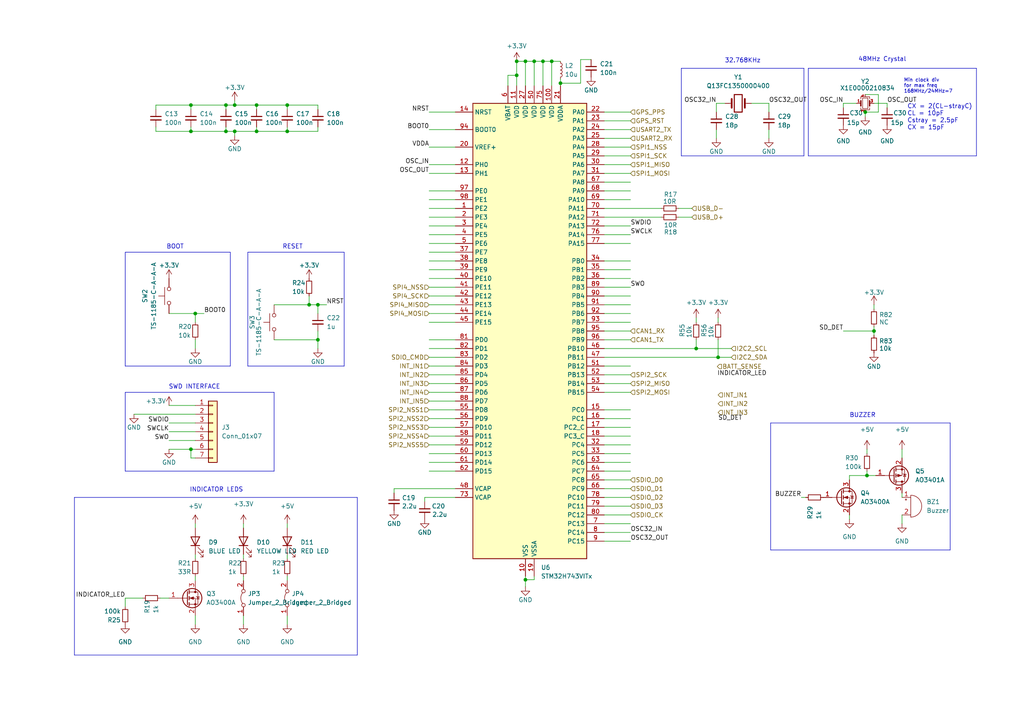
<source format=kicad_sch>
(kicad_sch (version 20230121) (generator eeschema)
  (paper "A4")
  (junction (at 160.02 17.78))
  (junction (at 92.202 98.552))
  (junction (at 65.532 38.1))
  (junction (at 68.072 30.48))
  (junction (at 250.952 32.512))
  (junction (at 149.86 17.78))
  (junction (at 162.56 24.13))
  (junction (at 149.86 21.844))
  (junction (at 74.422 30.48))
  (junction (at 74.422 38.1))
  (junction (at 201.93 101.092))
  (junction (at 55.372 30.48))
  (junction (at 83.312 38.1))
  (junction (at 152.4 17.78))
  (junction (at 154.94 17.78))
  (junction (at 55.372 38.1))
  (junction (at 152.4 168.148))
  (junction (at 253.492 96.012))
  (junction (at 83.312 30.48))
  (junction (at 68.072 38.1))
  (junction (at 251.46 137.922))
  (junction (at 56.642 90.932))
  (junction (at 92.202 88.392))
  (junction (at 157.48 17.78))
  (junction (at 89.662 88.392))
  (junction (at 65.532 30.48))
  (junction (at 208.28 103.632))
  (junction (at 55.372 130.302))
  (wire (pts (xy 223.012 29.972) (xy 223.012 32.512)))
  (wire (pts (xy 175.26 141.732) (xy 182.88 141.732)))
  (wire (pts (xy 124.46 60.452) (xy 132.08 60.452)))
  (wire (pts (xy 154.94 17.78) (xy 157.48 17.78)))
  (wire (pts (xy 56.642 90.932) (xy 56.642 93.472)))
  (wire (pts (xy 123.19 144.272) (xy 123.19 145.542)))
  (polyline (pts (xy 223.52 122.682) (xy 223.52 159.512)))
  (wire (pts (xy 49.022 90.932) (xy 56.642 90.932)))
  (wire (pts (xy 175.26 68.072) (xy 182.88 68.072)))
  (wire (pts (xy 175.26 106.172) (xy 182.88 106.172)))
  (wire (pts (xy 83.312 160.782) (xy 83.312 162.052)))
  (wire (pts (xy 182.88 121.412) (xy 175.26 121.412)))
  (wire (pts (xy 175.26 52.832) (xy 182.88 52.832)))
  (polyline (pts (xy 99.822 73.152) (xy 99.822 106.172)))
  (wire (pts (xy 65.532 30.48) (xy 65.532 31.75)))
  (wire (pts (xy 124.46 126.492) (xy 132.08 126.492)))
  (wire (pts (xy 175.26 35.052) (xy 182.88 35.052)))
  (wire (pts (xy 79.502 88.392) (xy 89.662 88.392)))
  (wire (pts (xy 182.88 80.772) (xy 175.26 80.772)))
  (wire (pts (xy 55.372 130.302) (xy 56.642 130.302)))
  (wire (pts (xy 175.26 83.312) (xy 182.88 83.312)))
  (wire (pts (xy 124.46 98.552) (xy 132.08 98.552)))
  (wire (pts (xy 132.08 144.272) (xy 123.19 144.272)))
  (wire (pts (xy 251.46 136.652) (xy 251.46 137.922)))
  (polyline (pts (xy 36.322 73.152) (xy 36.322 106.172)))
  (wire (pts (xy 196.85 60.452) (xy 200.66 60.452)))
  (wire (pts (xy 208.28 103.632) (xy 212.09 103.632)))
  (wire (pts (xy 175.26 118.872) (xy 182.88 118.872)))
  (polyline (pts (xy 79.502 113.792) (xy 79.502 136.652)))
  (wire (pts (xy 56.642 167.132) (xy 56.642 168.402)))
  (wire (pts (xy 182.88 129.032) (xy 175.26 129.032)))
  (wire (pts (xy 152.4 168.148) (xy 152.4 170.18)))
  (wire (pts (xy 157.48 24.892) (xy 157.48 17.78)))
  (wire (pts (xy 154.94 24.892) (xy 154.94 17.78)))
  (polyline (pts (xy 275.59 122.682) (xy 275.59 159.512)))
  (wire (pts (xy 175.26 123.952) (xy 182.88 123.952)))
  (wire (pts (xy 175.26 93.472) (xy 182.88 93.472)))
  (wire (pts (xy 65.532 38.1) (xy 65.532 36.83)))
  (wire (pts (xy 162.56 24.13) (xy 168.402 24.13)))
  (wire (pts (xy 162.56 22.86) (xy 162.56 24.13)))
  (wire (pts (xy 124.46 80.772) (xy 132.08 80.772)))
  (wire (pts (xy 124.46 113.792) (xy 132.08 113.792)))
  (wire (pts (xy 175.26 136.652) (xy 182.88 136.652)))
  (wire (pts (xy 124.46 90.932) (xy 132.08 90.932)))
  (wire (pts (xy 124.46 75.692) (xy 132.08 75.692)))
  (wire (pts (xy 56.642 178.562) (xy 56.642 181.102)))
  (wire (pts (xy 175.26 40.132) (xy 182.88 40.132)))
  (wire (pts (xy 175.26 32.512) (xy 182.88 32.512)))
  (wire (pts (xy 55.372 132.842) (xy 55.372 130.302)))
  (polyline (pts (xy 275.59 122.682) (xy 223.52 122.682)))
  (wire (pts (xy 175.26 55.372) (xy 182.88 55.372)))
  (wire (pts (xy 74.422 30.48) (xy 74.422 31.75)))
  (wire (pts (xy 124.46 70.612) (xy 132.08 70.612)))
  (wire (pts (xy 208.28 98.552) (xy 208.28 103.632)))
  (wire (pts (xy 246.38 137.922) (xy 251.46 137.922)))
  (wire (pts (xy 254.762 32.512) (xy 250.952 32.512)))
  (wire (pts (xy 124.46 118.872) (xy 132.08 118.872)))
  (wire (pts (xy 46.482 173.482) (xy 49.022 173.482)))
  (wire (pts (xy 223.012 37.592) (xy 223.012 40.132)))
  (wire (pts (xy 45.212 38.1) (xy 55.372 38.1)))
  (wire (pts (xy 152.4 168.148) (xy 154.94 168.148)))
  (wire (pts (xy 124.46 85.852) (xy 132.08 85.852)))
  (wire (pts (xy 92.202 36.83) (xy 92.202 38.1)))
  (wire (pts (xy 175.26 65.532) (xy 182.88 65.532)))
  (wire (pts (xy 162.56 24.13) (xy 162.56 24.892)))
  (wire (pts (xy 175.26 154.432) (xy 182.88 154.432)))
  (wire (pts (xy 55.372 38.1) (xy 65.532 38.1)))
  (wire (pts (xy 56.642 98.552) (xy 56.642 101.092)))
  (wire (pts (xy 175.26 113.792) (xy 182.88 113.792)))
  (wire (pts (xy 251.46 137.922) (xy 254 137.922)))
  (wire (pts (xy 201.93 92.202) (xy 201.93 93.472)))
  (wire (pts (xy 70.612 151.892) (xy 70.612 153.162)))
  (wire (pts (xy 175.26 62.992) (xy 191.77 62.992)))
  (wire (pts (xy 175.26 134.112) (xy 182.88 134.112)))
  (wire (pts (xy 152.4 24.892) (xy 152.4 17.78)))
  (wire (pts (xy 175.26 111.252) (xy 182.88 111.252)))
  (wire (pts (xy 147.32 21.844) (xy 149.86 21.844)))
  (wire (pts (xy 157.48 17.78) (xy 160.02 17.78)))
  (wire (pts (xy 175.26 144.272) (xy 182.88 144.272)))
  (wire (pts (xy 92.202 30.48) (xy 83.312 30.48)))
  (wire (pts (xy 182.88 88.392) (xy 175.26 88.392)))
  (wire (pts (xy 83.312 31.75) (xy 83.312 30.48)))
  (wire (pts (xy 175.26 37.592) (xy 182.88 37.592)))
  (wire (pts (xy 160.02 24.892) (xy 160.02 17.78)))
  (polyline (pts (xy 234.442 19.812) (xy 283.21 19.812)))
  (wire (pts (xy 147.32 24.892) (xy 147.32 21.844)))
  (wire (pts (xy 124.46 121.412) (xy 132.08 121.412)))
  (polyline (pts (xy 36.322 73.152) (xy 66.802 73.152)))
  (wire (pts (xy 253.492 29.972) (xy 257.302 29.972)))
  (wire (pts (xy 68.072 38.1) (xy 65.532 38.1)))
  (wire (pts (xy 250.952 32.512) (xy 250.952 33.782)))
  (wire (pts (xy 168.402 24.13) (xy 168.402 17.272)))
  (wire (pts (xy 49.022 125.222) (xy 56.642 125.222)))
  (wire (pts (xy 175.26 42.672) (xy 182.88 42.672)))
  (wire (pts (xy 56.642 151.892) (xy 56.642 153.162)))
  (wire (pts (xy 207.772 29.972) (xy 207.772 32.512)))
  (wire (pts (xy 175.26 156.972) (xy 182.88 156.972)))
  (wire (pts (xy 175.26 149.352) (xy 182.88 149.352)))
  (polyline (pts (xy 66.802 73.152) (xy 66.802 106.172)))
  (wire (pts (xy 68.072 38.1) (xy 68.072 39.37)))
  (wire (pts (xy 124.46 78.232) (xy 132.08 78.232)))
  (polyline (pts (xy 21.59 189.992) (xy 21.59 144.272)))
  (wire (pts (xy 244.602 29.972) (xy 244.602 31.242)))
  (wire (pts (xy 175.26 78.232) (xy 182.88 78.232)))
  (wire (pts (xy 45.212 30.48) (xy 55.372 30.48)))
  (wire (pts (xy 70.612 178.562) (xy 70.612 181.102)))
  (wire (pts (xy 149.86 21.844) (xy 149.86 17.78)))
  (wire (pts (xy 83.312 178.562) (xy 83.312 181.102)))
  (wire (pts (xy 92.202 38.1) (xy 83.312 38.1)))
  (wire (pts (xy 160.02 17.78) (xy 162.56 17.78)))
  (wire (pts (xy 49.022 127.762) (xy 56.642 127.762)))
  (wire (pts (xy 152.4 17.78) (xy 154.94 17.78)))
  (wire (pts (xy 254.762 27.432) (xy 254.762 32.512)))
  (wire (pts (xy 92.202 98.552) (xy 92.202 101.092)))
  (wire (pts (xy 175.26 151.892) (xy 182.88 151.892)))
  (wire (pts (xy 124.46 68.072) (xy 132.08 68.072)))
  (wire (pts (xy 56.642 160.782) (xy 56.642 162.052)))
  (polyline (pts (xy 71.882 73.152) (xy 71.882 106.172)))
  (wire (pts (xy 36.322 176.022) (xy 36.322 173.482)))
  (wire (pts (xy 83.312 151.892) (xy 83.312 153.162)))
  (wire (pts (xy 56.642 90.932) (xy 59.182 90.932)))
  (wire (pts (xy 114.3 141.732) (xy 132.08 141.732)))
  (wire (pts (xy 154.94 167.132) (xy 154.94 168.148)))
  (wire (pts (xy 175.26 126.492) (xy 182.88 126.492)))
  (wire (pts (xy 175.26 139.192) (xy 182.88 139.192)))
  (wire (pts (xy 124.46 37.592) (xy 132.08 37.592)))
  (wire (pts (xy 175.26 50.292) (xy 182.88 50.292)))
  (wire (pts (xy 74.422 38.1) (xy 68.072 38.1)))
  (wire (pts (xy 49.022 130.302) (xy 55.372 130.302)))
  (wire (pts (xy 56.642 132.842) (xy 55.372 132.842)))
  (wire (pts (xy 152.4 167.132) (xy 152.4 168.148)))
  (polyline (pts (xy 233.172 19.812) (xy 233.172 45.212)))
  (wire (pts (xy 175.26 90.932) (xy 182.88 90.932)))
  (polyline (pts (xy 197.612 19.812) (xy 233.172 19.812)))
  (wire (pts (xy 114.3 141.732) (xy 114.3 143.002)))
  (wire (pts (xy 244.602 96.012) (xy 253.492 96.012)))
  (polyline (pts (xy 71.882 73.152) (xy 99.822 73.152)))
  (wire (pts (xy 208.28 92.202) (xy 208.28 93.472)))
  (wire (pts (xy 124.46 123.952) (xy 132.08 123.952)))
  (wire (pts (xy 175.26 101.092) (xy 201.93 101.092)))
  (wire (pts (xy 92.202 88.392) (xy 92.202 90.932)))
  (wire (pts (xy 45.212 36.83) (xy 45.212 38.1)))
  (wire (pts (xy 124.46 88.392) (xy 132.08 88.392)))
  (wire (pts (xy 83.312 167.132) (xy 83.312 168.402)))
  (wire (pts (xy 68.072 30.48) (xy 74.422 30.48)))
  (wire (pts (xy 45.212 31.75) (xy 45.212 30.48)))
  (polyline (pts (xy 197.612 45.212) (xy 197.612 19.812)))
  (wire (pts (xy 232.41 144.272) (xy 233.68 144.272)))
  (wire (pts (xy 168.402 17.272) (xy 171.45 17.272)))
  (wire (pts (xy 38.862 120.142) (xy 56.642 120.142)))
  (wire (pts (xy 175.26 70.612) (xy 182.88 70.612)))
  (polyline (pts (xy 234.442 19.812) (xy 234.442 45.212)))
  (wire (pts (xy 201.93 101.092) (xy 212.09 101.092)))
  (wire (pts (xy 124.46 73.152) (xy 132.08 73.152)))
  (polyline (pts (xy 21.59 144.272) (xy 103.632 144.272)))
  (wire (pts (xy 182.88 131.572) (xy 175.26 131.572)))
  (polyline (pts (xy 79.502 136.652) (xy 36.322 136.652)))
  (wire (pts (xy 92.202 96.012) (xy 92.202 98.552)))
  (wire (pts (xy 124.46 32.512) (xy 132.08 32.512)))
  (wire (pts (xy 246.38 149.352) (xy 246.38 150.622)))
  (wire (pts (xy 92.202 88.392) (xy 94.742 88.392)))
  (wire (pts (xy 124.46 62.992) (xy 132.08 62.992)))
  (wire (pts (xy 261.62 130.302) (xy 261.62 132.842)))
  (wire (pts (xy 55.372 36.83) (xy 55.372 38.1)))
  (wire (pts (xy 175.26 146.812) (xy 182.88 146.812)))
  (wire (pts (xy 83.312 30.48) (xy 74.422 30.48)))
  (wire (pts (xy 124.46 93.472) (xy 132.08 93.472)))
  (wire (pts (xy 149.86 24.892) (xy 149.86 21.844)))
  (wire (pts (xy 253.492 94.742) (xy 253.492 96.012)))
  (polyline (pts (xy 36.322 113.792) (xy 36.322 136.652)))
  (wire (pts (xy 124.46 42.672) (xy 132.08 42.672)))
  (wire (pts (xy 257.302 29.972) (xy 257.302 31.242)))
  (wire (pts (xy 261.62 149.352) (xy 261.62 151.892)))
  (wire (pts (xy 210.312 29.972) (xy 207.772 29.972)))
  (wire (pts (xy 124.46 103.632) (xy 132.08 103.632)))
  (wire (pts (xy 175.26 103.632) (xy 208.28 103.632)))
  (polyline (pts (xy 66.802 106.172) (xy 36.322 106.172)))
  (wire (pts (xy 253.492 96.012) (xy 253.492 97.282)))
  (wire (pts (xy 49.022 122.682) (xy 56.642 122.682)))
  (wire (pts (xy 124.46 57.912) (xy 132.08 57.912)))
  (wire (pts (xy 55.372 30.48) (xy 65.532 30.48)))
  (wire (pts (xy 70.612 167.132) (xy 70.612 168.402)))
  (wire (pts (xy 124.46 108.712) (xy 132.08 108.712)))
  (wire (pts (xy 89.662 88.392) (xy 92.202 88.392)))
  (wire (pts (xy 175.26 108.712) (xy 182.88 108.712)))
  (wire (pts (xy 92.202 31.75) (xy 92.202 30.48)))
  (wire (pts (xy 149.86 17.78) (xy 152.4 17.78)))
  (wire (pts (xy 246.38 137.922) (xy 246.38 139.192)))
  (wire (pts (xy 74.422 36.83) (xy 74.422 38.1)))
  (wire (pts (xy 175.26 85.852) (xy 182.88 85.852)))
  (wire (pts (xy 83.312 36.83) (xy 83.312 38.1)))
  (polyline (pts (xy 103.632 144.272) (xy 103.632 189.992)))
  (wire (pts (xy 124.46 134.112) (xy 132.08 134.112)))
  (wire (pts (xy 124.46 129.032) (xy 132.08 129.032)))
  (wire (pts (xy 124.46 65.532) (xy 132.08 65.532)))
  (wire (pts (xy 124.46 47.752) (xy 132.08 47.752)))
  (wire (pts (xy 175.26 60.452) (xy 191.77 60.452)))
  (wire (pts (xy 55.372 30.48) (xy 55.372 31.75)))
  (polyline (pts (xy 233.172 45.212) (xy 197.612 45.212)))
  (wire (pts (xy 83.312 38.1) (xy 74.422 38.1)))
  (wire (pts (xy 244.602 29.972) (xy 248.412 29.972)))
  (wire (pts (xy 250.952 27.432) (xy 254.762 27.432)))
  (wire (pts (xy 68.072 29.21) (xy 68.072 30.48)))
  (wire (pts (xy 175.26 47.752) (xy 182.88 47.752)))
  (wire (pts (xy 175.26 75.692) (xy 182.88 75.692)))
  (wire (pts (xy 196.85 62.992) (xy 200.66 62.992)))
  (wire (pts (xy 124.46 106.172) (xy 132.08 106.172)))
  (wire (pts (xy 49.022 117.602) (xy 56.642 117.602)))
  (wire (pts (xy 124.46 50.292) (xy 132.08 50.292)))
  (wire (pts (xy 251.46 130.302) (xy 251.46 131.572)))
  (polyline (pts (xy 99.822 106.172) (xy 71.882 106.172)))
  (wire (pts (xy 124.46 83.312) (xy 132.08 83.312)))
  (wire (pts (xy 253.492 88.392) (xy 253.492 89.662)))
  (wire (pts (xy 175.26 57.912) (xy 182.88 57.912)))
  (wire (pts (xy 65.532 30.48) (xy 68.072 30.48)))
  (wire (pts (xy 89.662 88.392) (xy 89.662 85.852)))
  (wire (pts (xy 182.88 96.012) (xy 175.26 96.012)))
  (wire (pts (xy 261.62 143.002) (xy 261.62 144.272)))
  (wire (pts (xy 124.46 136.652) (xy 132.08 136.652)))
  (polyline (pts (xy 223.52 159.512) (xy 275.59 159.512)))
  (wire (pts (xy 217.932 29.972) (xy 223.012 29.972)))
  (wire (pts (xy 36.322 173.482) (xy 41.402 173.482)))
  (wire (pts (xy 124.46 55.372) (xy 132.08 55.372)))
  (wire (pts (xy 124.46 101.092) (xy 132.08 101.092)))
  (wire (pts (xy 124.46 131.572) (xy 132.08 131.572)))
  (wire (pts (xy 201.93 98.552) (xy 201.93 101.092)))
  (wire (pts (xy 124.46 111.252) (xy 132.08 111.252)))
  (wire (pts (xy 124.46 116.332) (xy 132.08 116.332)))
  (wire (pts (xy 70.612 160.782) (xy 70.612 162.052)))
  (polyline (pts (xy 283.21 45.212) (xy 234.442 45.212)))
  (wire (pts (xy 79.502 98.552) (xy 92.202 98.552)))
  (wire (pts (xy 175.26 45.212) (xy 182.88 45.212)))
  (wire (pts (xy 207.772 37.592) (xy 207.772 40.132)))
  (polyline (pts (xy 103.632 189.992) (xy 21.59 189.992)))
  (polyline (pts (xy 36.322 113.792) (xy 79.502 113.792)))
  (polyline (pts (xy 283.21 19.812) (xy 283.21 45.212)))
  (wire (pts (xy 182.88 98.552) (xy 175.26 98.552)))
  (text "BUZZER" (at 246.38 121.285 0) (effects (font (size 1.27 1.27)) (justify left bottom)))
  (text "INDICATOR LEDS" (at 54.991 142.875 0) (effects (font (size 1.27 1.27)) (justify left bottom)))
  (text "CX = 2(CL-strayC)\nCL = 10pF\nCstray = 2.5pF\nCX = 15pF" (at 263.144 37.846 0) (effects (font (size 1.27 1.27)) (justify left bottom)))
  (text "SWD INTERFACE" (at 48.895 113.03 0) (effects (font (size 1.27 1.27)) (justify left bottom)))
  (text "RESET" (at 81.915 72.39 0) (effects (font (size 1.27 1.27)) (justify left bottom)))
  (text "48MHz Crystal" (at 248.92 18.034 0) (effects (font (size 1.27 1.27)) (justify left bottom)))
  (text "Min clock div\nfor max freq\n168MHz/24MHz=7" (at 262.128 27.178 0) (effects (font (size 1 1)) (justify left bottom)))
  (text "BOOT" (at 48.26 72.39 0) (effects (font (size 1.27 1.27)) (justify left bottom)))
  (text "32.768KHz" (at 210.185 18.415 0) (effects (font (size 1.27 1.27)) (justify left bottom)))
  (label "SWDIO" (at 182.88 65.532 0))
  (label "SWCLK" (at 49.022 125.222 180))
  (label "SWDIO" (at 49.022 122.682 180))
  (label "SD_DET" (at 244.602 96.012 180))
  (label "OSC32_OUT" (at 223.012 29.972 0))
  (label "OSC32_OUT" (at 182.88 156.972 0))
  (label "VDDA" (at 124.46 42.672 180))
  (label "OSC_OUT" (at 257.302 29.972 0))
  (label "NRST" (at 94.742 88.392 0))
  (label "NRST" (at 124.46 32.512 180))
  (label "OSC_IN" (at 124.46 47.752 180))
  (label "BUZZER" (at 232.41 144.272 180))
  (label "OSC32_IN" (at 207.772 29.972 180))
  (label "SD_DET" (at 208.28 122.174 0))
  (label "BOOT0" (at 59.182 90.932 0))
  (label "SWO" (at 182.88 83.312 0))
  (label "BOOT0" (at 124.46 37.592 180))
  (label "OSC_IN" (at 244.602 29.972 180))
  (label "OSC32_IN" (at 182.88 154.432 0))
  (label "INDICATOR_LED" (at 36.322 173.482 180))
  (label "INDICATOR_LED" (at 208.026 109.22 0))
  (label "OSC_OUT" (at 124.46 50.292 180))
  (label "SWO" (at 49.022 127.762 180))
  (label "SWCLK" (at 182.88 68.072 0))
  (hierarchical_label "SPI2_MOSI" (shape input) (at 182.88 113.792 0))
  (hierarchical_label "SPI4_MISO" (shape input) (at 124.46 88.392 180))
  (hierarchical_label "SPI2_NSS2" (shape input) (at 124.46 121.412 180))
  (hierarchical_label "SDIO_CK" (shape input) (at 182.88 149.352 0))
  (hierarchical_label "INT_IN3" (shape input) (at 208.28 119.634 0))
  (hierarchical_label "SPI1_NSS" (shape input) (at 182.88 42.672 0))
  (hierarchical_label "INT_IN2" (shape input) (at 124.46 108.712 180))
  (hierarchical_label "SPI1_MOSI" (shape input) (at 182.88 50.292 0))
  (hierarchical_label "INT_IN1" (shape input) (at 124.46 106.172 180))
  (hierarchical_label "USB_D-" (shape input) (at 200.66 60.452 0))
  (hierarchical_label "USB_D+" (shape input) (at 200.66 62.992 0))
  (hierarchical_label "SPI2_NSS5" (shape input) (at 124.46 129.032 180))
  (hierarchical_label "INT_IN3" (shape input) (at 124.46 111.252 180))
  (hierarchical_label "SPI2_MISO" (shape input) (at 182.88 111.252 0))
  (hierarchical_label "SPI4_NSS" (shape input) (at 124.46 83.312 180))
  (hierarchical_label "SDIO_CMD" (shape input) (at 124.46 103.632 180))
  (hierarchical_label "USART2_TX" (shape input) (at 182.88 37.592 0))
  (hierarchical_label "SDIO_D2" (shape input) (at 182.88 144.272 0))
  (hierarchical_label "SPI1_MISO" (shape input) (at 182.88 47.752 0))
  (hierarchical_label "SPI4_MOSI" (shape input) (at 124.46 90.932 180))
  (hierarchical_label "I2C2_SCL" (shape input) (at 212.09 101.092 0))
  (hierarchical_label "INT_IN1" (shape input) (at 208.28 114.554 0))
  (hierarchical_label "I2C2_SDA" (shape input) (at 212.09 103.632 0))
  (hierarchical_label "CAN1_RX" (shape input) (at 182.88 96.012 0))
  (hierarchical_label "INT_IN5" (shape input) (at 124.46 116.332 180))
  (hierarchical_label "GPS_PPS" (shape input) (at 182.88 32.512 0))
  (hierarchical_label "SDIO_D3" (shape input) (at 182.88 146.812 0))
  (hierarchical_label "INT_IN2" (shape input) (at 208.28 117.094 0))
  (hierarchical_label "BATT_SENSE" (shape input) (at 208.026 106.299 0))
  (hierarchical_label "SPI2_NSS4" (shape input) (at 124.46 126.492 180))
  (hierarchical_label "SPI2_SCK" (shape input) (at 182.88 108.712 0))
  (hierarchical_label "USART2_RX" (shape input) (at 182.88 40.132 0))
  (hierarchical_label "SDIO_D0" (shape input) (at 182.88 139.192 0))
  (hierarchical_label "SPI2_NSS1" (shape input) (at 124.46 118.872 180))
  (hierarchical_label "SPI4_SCK" (shape input) (at 124.46 85.852 180))
  (hierarchical_label "SPI1_SCK" (shape input) (at 182.88 45.212 0))
  (hierarchical_label "GPS_RST" (shape input) (at 182.88 35.052 0))
  (hierarchical_label "SPI2_NSS3" (shape input) (at 124.46 123.952 180))
  (hierarchical_label "CAN1_TX" (shape input) (at 182.88 98.552 0))
  (hierarchical_label "INT_IN4" (shape input) (at 124.46 113.792 180))
  (hierarchical_label "SDIO_D1" (shape input) (at 182.88 141.732 0))
  (symbol (lib_id "Device:R_Small") (at 36.322 178.562 0) (unit 1)
    (property "Reference" "R25" (at 35.052 179.832 0) (effects (justify right)))
    (property "Value" "100k" (at 35.052 177.292 0) (effects (justify right)))
    (property "Footprint" "Resistor_SMD:R_0402_1005Metric" (effects hide))
    (instances (project "Strelka_Power_Board" (path "" (reference "R25") (unit 1))) (project "Strelka_Flight_Computer" (path "" (reference "R73") (unit 1))))
  )
  (symbol (lib_id "power:+5V") (at 251.46 130.302 0) (mirror y) (unit 1)
    (property "Reference" "#PWR0150" (effects hide))
    (property "Value" "+5V" (at 251.46 124.587 0))
    (instances (project "Strelka_Power_Board" (path "" (reference "#PWR0150") (unit 1))) (project "Strelka_Flight_Computer" (path "" (reference "#PWR094") (unit 1))))
  )
  (symbol (lib_id "Device:C_Small") (at 65.532 34.29 0) (unit 1)
    (property "Reference" "C15" (at 68.072 33.0262 0) (effects (justify left)))
    (property "Value" "100n" (at 68.072 35.5662 0) (effects (justify left)))
    (property "Footprint" "Capacitor_SMD:C_0402_1005Metric" (effects hide))
    (instances (project "Strelka_Power_Board" (path "" (reference "C15") (unit 1))) (project "Strelka_Flight_Computer" (path "" (reference "C53") (unit 1))))
  )
  (symbol (lib_id "power:+3.3V") (at 253.492 88.392 0) (unit 1)
    (property "Reference" "#PWR033" (effects hide))
    (property "Value" "+3.3V" (at 253.492 84.8162 0))
    (instances (project "Strelka_Flight_Computer" (path "" (reference "#PWR095") (unit 1))))
  )
  (symbol (lib_id "power:GND") (at 68.072 39.37 0) (unit 1)
    (property "Reference" "#PWR0148" (effects hide))
    (property "Value" "GND" (at 68.072 43.18 0))
    (instances (project "Strelka_Power_Board" (path "" (reference "#PWR0148") (unit 1))) (project "Strelka_Flight_Computer" (path "" (reference "#PWR0100") (unit 1))))
  )
  (symbol (lib_id "power:GND") (at 244.602 36.322 0) (unit 1)
    (property "Reference" "#PWR0210" (effects hide))
    (property "Value" "GND" (at 244.602 40.8846 0))
    (instances (project "Strelka_Power_Board" (path "" (reference "#PWR0210") (unit 1))) (project "Strelka_Flight_Computer" (path "" (reference "#PWR0112") (unit 1))))
  )
  (symbol (lib_id "power:+3.3V") (at 89.662 80.772 0) (unit 1)
    (property "Reference" "#PWR0170" (effects hide))
    (property "Value" "+3.3V" (at 89.662 76.962 0))
    (instances (project "Strelka_Power_Board" (path "" (reference "#PWR0170") (unit 1))) (project "Strelka_Flight_Computer" (path "" (reference "#PWR091") (unit 1))))
  )
  (symbol (lib_id "Switch:SW_Push") (at 79.502 93.472 90) (unit 1)
    (property "Reference" "SW3" (at 73.152 93.472 0))
    (property "Value" "TS-1185-C-A-A-A" (at 75.057 93.472 0))
    (property "Footprint" "Button_Switch_SMD:SW_Push_SPST_NO_Alps_SKRK" (effects hide))
    (property "LCSC" "C561518" (effects hide))
    (instances (project "Strelka_Power_Board" (path "" (reference "SW3") (unit 1))) (project "Strelka_Flight_Computer" (path "" (reference "SW7") (unit 1))))
  )
  (symbol (lib_id "Transistor_FET:AO3401A") (at 259.08 137.922 0) (mirror x) (unit 1)
    (property "Reference" "Q5" (at 265.43 136.6519 0) (effects (justify left)))
    (property "Value" "AO3401A" (at 265.43 139.1919 0) (effects (justify left)))
    (property "Footprint" "Package_TO_SOT_SMD:SOT-23" (effects hide))
    (property "Datasheet" "https://datasheet.lcsc.com/lcsc/1912111437_BORN-AO3401A_C306862.pdf" (effects hide))
    (property "LCSC" "C15127" (effects hide))
    (instances (project "Strelka_Power_Board" (path "" (reference "Q5") (unit 1))) (project "Strelka_Flight_Computer" (path "" (reference "Q17") (unit 1))))
  )
  (symbol (lib_id "power:GND") (at 207.772 40.132 0) (unit 1)
    (property "Reference" "#PWR0142" (effects hide))
    (property "Value" "GND" (at 207.772 43.942 0))
    (instances (project "Strelka_Power_Board" (path "" (reference "#PWR0142") (unit 1))) (project "Strelka_Flight_Computer" (path "" (reference "#PWR0110") (unit 1))))
  )
  (symbol (lib_id "power:+5V") (at 56.642 151.892 0) (unit 1)
    (property "Reference" "#PWR0163" (effects hide))
    (property "Value" "+5V" (at 56.642 146.812 0))
    (instances (project "Strelka_Power_Board" (path "" (reference "#PWR0163") (unit 1))) (project "Strelka_Flight_Computer" (path "" (reference "#PWR085") (unit 1))))
  )
  (symbol (lib_id "Device:R_Small") (at 56.642 96.012 180) (unit 1)
    (property "Reference" "R20" (at 51.689 94.742 0) (effects (justify right)))
    (property "Value" "10k" (at 51.689 97.282 0) (effects (justify right)))
    (property "Footprint" "Resistor_SMD:R_0402_1005Metric" (effects hide))
    (instances (project "Strelka_Power_Board" (path "" (reference "R20") (unit 1))) (project "Strelka_Flight_Computer" (path "" (reference "R75") (unit 1))))
  )
  (symbol (lib_id "Device:C_Small") (at 123.19 148.082 0) (unit 1)
    (property "Reference" "C20" (at 125.222 146.812 0) (effects (justify left)))
    (property "Value" "2.2u" (at 125.349 149.225 0) (effects (justify left)))
    (property "Footprint" "Capacitor_SMD:C_0402_1005Metric" (effects hide))
    (instances (project "Strelka_Power_Board" (path "" (reference "C20") (unit 1))) (project "Strelka_Flight_Computer" (path "" (reference "C68") (unit 1))))
  )
  (symbol (lib_id "power:GND") (at 257.302 36.322 0) (unit 1)
    (property "Reference" "#PWR0209" (effects hide))
    (property "Value" "GND" (at 257.302 40.8846 0))
    (instances (project "Strelka_Power_Board" (path "" (reference "#PWR0209") (unit 1))) (project "Strelka_Flight_Computer" (path "" (reference "#PWR0119") (unit 1))))
  )
  (symbol (lib_id "power:GND") (at 49.022 130.302 0) (unit 1)
    (property "Reference" "#PWR0226" (effects hide))
    (property "Value" "GND" (at 49.022 134.112 0))
    (instances (project "Strelka_Power_Board" (path "" (reference "#PWR0226") (unit 1))) (project "Strelka_Flight_Computer" (path "" (reference "#PWR083") (unit 1))))
  )
  (symbol (lib_id "power:GND") (at 253.492 102.362 0) (unit 1)
    (property "Reference" "#PWR034" (effects hide))
    (property "Value" "GND" (at 253.492 106.2896 0))
    (instances (project "Strelka_Flight_Computer" (path "" (reference "#PWR096") (unit 1))))
  )
  (symbol (lib_id "power:GND") (at 92.202 101.092 0) (unit 1)
    (property "Reference" "#PWR0171" (effects hide))
    (property "Value" "GND" (at 92.202 104.902 0))
    (instances (project "Strelka_Power_Board" (path "" (reference "#PWR0171") (unit 1))) (project "Strelka_Flight_Computer" (path "" (reference "#PWR092") (unit 1))))
  )
  (symbol (lib_id "Device:LED") (at 83.312 156.972 90) (unit 1)
    (property "Reference" "D11" (at 87.122 157.2894 90) (effects (justify right)))
    (property "Value" "RED LED" (at 87.122 159.8294 90) (effects (justify right)))
    (property "Footprint" "LED_SMD:LED_0603_1608Metric" (effects hide))
    (property "Datasheet" "https://datasheet.lcsc.com/lcsc/1810231112_Hubei-KENTO-Elec-KT-0603R_C2286.pdf" (effects hide))
    (property "LCSC" "C2286" (effects hide))
    (instances (project "Strelka_Power_Board" (path "" (reference "D11") (unit 1))) (project "Strelka_Flight_Computer" (path "" (reference "D20") (unit 1))))
  )
  (symbol (lib_id "Device:R_Small") (at 56.642 164.592 180) (unit 1)
    (property "Reference" "R21" (at 51.562 163.322 0) (effects (justify right)))
    (property "Value" "33R" (at 51.562 165.862 0) (effects (justify right)))
    (property "Footprint" "Resistor_SMD:R_0402_1005Metric" (effects hide))
    (property "LCSC" "C23140" (effects hide))
    (instances (project "Strelka_Power_Board" (path "" (reference "R21") (unit 1))) (project "Strelka_Flight_Computer" (path "" (reference "R76") (unit 1))))
  )
  (symbol (lib_id "Device:L_Small") (at 162.56 20.32 0) (unit 1)
    (property "Reference" "L2" (at 163.83 19.0499 0) (effects (justify left)))
    (property "Value" "10u" (at 163.83 21.5899 0) (effects (justify left)))
    (property "Footprint" "Inductor_SMD:L_0805_2012Metric" (effects hide))
    (property "LCSC" "C90312" (effects hide))
    (instances (project "Strelka_Power_Board" (path "" (reference "L2") (unit 1))) (project "Strelka_Flight_Computer" (path "" (reference "L4") (unit 1))))
  )
  (symbol (lib_id "Device:R_Small") (at 208.28 96.012 180) (unit 1)
    (property "Reference" "R56" (at 204.216 97.79 90) (effects (justify right)))
    (property "Value" "10k" (at 206.248 98.044 90) (effects (justify right)))
    (property "Footprint" "Resistor_SMD:R_0402_1005Metric" (effects hide))
    (instances (project "Strelka_Power_Board" (path "" (reference "R56") (unit 1))) (project "Strelka_Flight_Computer" (path "" (reference "R87") (unit 1))))
  )
  (symbol (lib_id "power:GND") (at 36.322 181.102 0) (unit 1)
    (property "Reference" "#PWR0140" (effects hide))
    (property "Value" "GND" (at 36.322 186.182 0))
    (instances (project "Strelka_Power_Board" (path "" (reference "#PWR0140") (unit 1))) (project "Strelka_Flight_Computer" (path "" (reference "#PWR079") (unit 1))))
  )
  (symbol (lib_id "power:+3.3V") (at 149.86 17.78 0) (unit 1)
    (property "Reference" "#PWR0156" (effects hide))
    (property "Value" "+3.3V" (at 149.86 13.335 0))
    (instances (project "Strelka_Power_Board" (path "" (reference "#PWR0156") (unit 1))) (project "Strelka_Flight_Computer" (path "" (reference "#PWR0121") (unit 1))))
  )
  (symbol (lib_id "Device:R_Small") (at 83.312 164.592 180) (unit 1)
    (property "Reference" "R23" (at 78.867 163.322 0) (effects (justify right)))
    (property "Value" "1k" (at 78.867 165.862 0) (effects (justify right)))
    (property "Footprint" "Resistor_SMD:R_0402_1005Metric" (effects hide))
    (instances (project "Strelka_Power_Board" (path "" (reference "R23") (unit 1))) (project "Strelka_Flight_Computer" (path "" (reference "R78") (unit 1))))
  )
  (symbol (lib_id "power:GND") (at 114.3 148.082 0) (unit 1)
    (property "Reference" "#PWR0155" (effects hide))
    (property "Value" "GND" (at 114.3 151.892 0))
    (instances (project "Strelka_Power_Board" (path "" (reference "#PWR0155") (unit 1))) (project "Strelka_Flight_Computer" (path "" (reference "#PWR0127") (unit 1))))
  )
  (symbol (lib_id "Device:R_Small") (at 70.612 164.592 180) (unit 1)
    (property "Reference" "R22" (at 66.167 163.322 0) (effects (justify right)))
    (property "Value" "1k" (at 66.167 165.862 0) (effects (justify right)))
    (property "Footprint" "Resistor_SMD:R_0402_1005Metric" (effects hide))
    (instances (project "Strelka_Power_Board" (path "" (reference "R22") (unit 1))) (project "Strelka_Flight_Computer" (path "" (reference "R77") (unit 1))))
  )
  (symbol (lib_id "Device:C_Small") (at 55.372 34.29 0) (unit 1)
    (property "Reference" "C14" (at 57.912 33.0262 0) (effects (justify left)))
    (property "Value" "100n" (at 57.912 35.5662 0) (effects (justify left)))
    (property "Footprint" "Capacitor_SMD:C_0402_1005Metric" (effects hide))
    (instances (project "Strelka_Power_Board" (path "" (reference "C14") (unit 1))) (project "Strelka_Flight_Computer" (path "" (reference "C52") (unit 1))))
  )
  (symbol (lib_id "power:+3.3V") (at 68.072 29.21 0) (unit 1)
    (property "Reference" "#PWR0217" (effects hide))
    (property "Value" "+3.3V" (at 68.072 25.4 0))
    (instances (project "Strelka_Power_Board" (path "" (reference "#PWR0217") (unit 1))) (project "Strelka_Flight_Computer" (path "" (reference "#PWR099") (unit 1))))
  )
  (symbol (lib_id "Device:C_Small") (at 92.202 34.29 0) (unit 1)
    (property "Reference" "C18" (at 94.742 33.0262 0) (effects (justify left)))
    (property "Value" "100n" (at 94.742 35.5662 0) (effects (justify left)))
    (property "Footprint" "Capacitor_SMD:C_0402_1005Metric" (effects hide))
    (instances (project "Strelka_Power_Board" (path "" (reference "C18") (unit 1))) (project "Strelka_Flight_Computer" (path "" (reference "C61") (unit 1))))
  )
  (symbol (lib_id "Device:R_Small") (at 201.93 96.012 180) (unit 1)
    (property "Reference" "R55" (at 197.866 97.79 90) (effects (justify right)))
    (property "Value" "10k" (at 199.898 98.044 90) (effects (justify right)))
    (property "Footprint" "Resistor_SMD:R_0402_1005Metric" (effects hide))
    (instances (project "Strelka_Power_Board" (path "" (reference "R55") (unit 1))) (project "Strelka_Flight_Computer" (path "" (reference "R86") (unit 1))))
  )
  (symbol (lib_id "Device:Crystal_GND24_Small") (at 250.952 29.972 0) (unit 1)
    (property "Reference" "Y2" (at 250.952 23.622 0))
    (property "Value" "X1E0000210834" (at 251.587 25.527 0))
    (property "Footprint" "Crystal:Crystal_SMD_SeikoEpson_TSX3225-4Pin_3.2x2.5mm" (effects hide))
    (property "Datasheet" "https://datasheet.lcsc.com/lcsc/2009301034_Seiko-Epson-X1E0000210834_C841680.pdf" (effects hide))
    (property "LCSC" "C841680" (effects hide))
    (instances (project "Strelka_Power_Board" (path "" (reference "Y2") (unit 1))) (project "Strelka_Flight_Computer" (path "" (reference "Y6") (unit 1))))
  )
  (symbol (lib_id "power:GND") (at 261.62 151.892 0) (unit 1)
    (property "Reference" "#PWR0153" (effects hide))
    (property "Value" "GND" (at 261.62 156.972 0))
    (instances (project "Strelka_Power_Board" (path "" (reference "#PWR0153") (unit 1))) (project "Strelka_Flight_Computer" (path "" (reference "#PWR098") (unit 1))))
  )
  (symbol (lib_id "power:GND") (at 171.45 22.352 0) (unit 1)
    (property "Reference" "#PWR0158" (effects hide))
    (property "Value" "GND" (at 171.45 26.162 0))
    (instances (project "Strelka_Power_Board" (path "" (reference "#PWR0158") (unit 1))) (project "Strelka_Flight_Computer" (path "" (reference "#PWR0120") (unit 1))))
  )
  (symbol (lib_id "power:+3.3V") (at 208.28 92.202 0) (unit 1)
    (property "Reference" "#PWR0207" (effects hide))
    (property "Value" "+3.3V" (at 208.28 87.757 0))
    (instances (project "Strelka_Power_Board" (path "" (reference "#PWR0207") (unit 1))) (project "Strelka_Flight_Computer" (path "" (reference "#PWR0131") (unit 1))))
  )
  (symbol (lib_id "power:GND") (at 250.952 33.782 0) (unit 1)
    (property "Reference" "#PWR0211" (effects hide))
    (property "Value" "GND" (at 250.952 38.3446 0))
    (instances (project "Strelka_Power_Board" (path "" (reference "#PWR0211") (unit 1))) (project "Strelka_Flight_Computer" (path "" (reference "#PWR0118") (unit 1))))
  )
  (symbol (lib_id "Device:C_Small") (at 207.772 35.052 0) (unit 1)
    (property "Reference" "C28" (at 210.312 33.7882 0) (effects (justify left)))
    (property "Value" "18p" (at 210.312 36.3282 0) (effects (justify left)))
    (property "Footprint" "Capacitor_SMD:C_0402_1005Metric" (effects hide))
    (property "LCSC" "C1549" (effects hide))
    (instances (project "Strelka_Power_Board" (path "" (reference "C28") (unit 1))) (project "Strelka_Flight_Computer" (path "" (reference "C62") (unit 1))))
  )
  (symbol (lib_id "power:GND") (at 246.38 150.622 0) (unit 1)
    (property "Reference" "#PWR0152" (effects hide))
    (property "Value" "GND" (at 246.38 155.702 0))
    (instances (project "Strelka_Power_Board" (path "" (reference "#PWR0152") (unit 1))) (project "Strelka_Flight_Computer" (path "" (reference "#PWR093") (unit 1))))
  )
  (symbol (lib_id "Transistor_FET:AO3400A") (at 54.102 173.482 0) (unit 1)
    (property "Reference" "Q3" (at 59.817 172.2119 0) (effects (justify left)))
    (property "Value" "AO3400A" (at 59.817 174.7519 0) (effects (justify left)))
    (property "Footprint" "Package_TO_SOT_SMD:SOT-23" (effects hide))
    (property "Datasheet" "http://www.aosmd.com/pdfs/datasheet/AO3400A.pdf" (effects hide))
    (property "LCSC" "C20917" (effects hide))
    (instances (project "Strelka_Power_Board" (path "" (reference "Q3") (unit 1))) (project "Strelka_Flight_Computer" (path "" (reference "Q15") (unit 1))))
  )
  (symbol (lib_id "Device:C_Small") (at 257.302 33.782 0) (unit 1)
    (property "Reference" "C30" (at 259.08 32.766 0) (effects (justify left)))
    (property "Value" "15p" (at 258.318 35.56 0) (effects (justify left)))
    (property "Footprint" "Capacitor_SMD:C_0402_1005Metric" (effects hide))
    (property "LCSC" "C1644" (effects hide))
    (instances (project "Strelka_Power_Board" (path "" (reference "C30") (unit 1))) (project "Strelka_Flight_Computer" (path "" (reference "C65") (unit 1))))
  )
  (symbol (lib_id "Device:C_Small") (at 223.012 35.052 0) (unit 1)
    (property "Reference" "C29" (at 225.552 33.7882 0) (effects (justify left)))
    (property "Value" "18p" (at 225.552 36.3282 0) (effects (justify left)))
    (property "Footprint" "Capacitor_SMD:C_0402_1005Metric" (effects hide))
    (property "LCSC" "C1549" (effects hide))
    (instances (project "Strelka_Power_Board" (path "" (reference "C29") (unit 1))) (project "Strelka_Flight_Computer" (path "" (reference "C63") (unit 1))))
  )
  (symbol (lib_id "power:GND") (at 70.612 181.102 0) (unit 1)
    (property "Reference" "#PWR0161" (effects hide))
    (property "Value" "GND" (at 70.612 186.182 0))
    (instances (project "Strelka_Power_Board" (path "" (reference "#PWR0161") (unit 1))) (project "Strelka_Flight_Computer" (path "" (reference "#PWR088") (unit 1))))
  )
  (symbol (lib_id "Jumper:Jumper_2_Bridged") (at 70.612 173.482 90) (unit 1) (in_bom no)
    (property "Reference" "JP3" (at 71.882 172.2119 90) (effects (justify right)))
    (property "Value" "Jumper_2_Bridged" (at 71.882 174.7519 90) (effects (justify right)))
    (property "Footprint" "Jumper:SolderJumper-2_P1.3mm_Bridged_Pad1.0x1.5mm" (effects hide))
    (instances (project "Strelka_Power_Board" (path "" (reference "JP3") (unit 1))) (project "Strelka_Flight_Computer" (path "" (reference "JP6") (unit 1))))
  )
  (symbol (lib_id "Switch:SW_Push") (at 49.022 85.852 90) (unit 1)
    (property "Reference" "SW2" (at 42.037 85.852 0))
    (property "Value" "TS-1185-C-A-A-A" (at 44.577 85.852 0))
    (property "Footprint" "Button_Switch_SMD:SW_Push_SPST_NO_Alps_SKRK" (effects hide))
    (property "LCSC" "C561518" (effects hide))
    (instances (project "Strelka_Power_Board" (path "" (reference "SW2") (unit 1))) (project "Strelka_Flight_Computer" (path "" (reference "SW6") (unit 1))))
  )
  (symbol (lib_id "Device:R_Small") (at 253.492 92.202 180) (unit 1)
    (property "Reference" "R71" (at 254.9907 91.2935 0) (effects (justify right)))
    (property "Value" "NC" (at 254.9907 93.4336 0) (effects (justify right)))
    (property "Footprint" "Resistor_SMD:R_0603_1608Metric_Pad0.98x0.95mm_HandSolder" (effects hide))
    (instances (project "Strelka_Flight_Computer" (path "" (reference "R82") (unit 1))))
  )
  (symbol (lib_id "Device:R_Small") (at 194.31 60.452 90) (unit 1)
    (property "Reference" "R17" (at 192.532 56.388 90) (effects (justify right)))
    (property "Value" "10R" (at 192.278 58.42 90) (effects (justify right)))
    (property "Footprint" "Resistor_SMD:R_0402_1005Metric" (effects hide))
    (instances (project "Strelka_Power_Board" (path "" (reference "R17") (unit 1))) (project "Strelka_Flight_Computer" (path "" (reference "R84") (unit 1))))
  )
  (symbol (lib_id "Device:C_Small") (at 171.45 19.812 0) (unit 1)
    (property "Reference" "C21" (at 173.99 18.5482 0) (effects (justify left)))
    (property "Value" "100n" (at 173.99 21.0882 0) (effects (justify left)))
    (property "Footprint" "Capacitor_SMD:C_0402_1005Metric" (effects hide))
    (instances (project "Strelka_Power_Board" (path "" (reference "C21") (unit 1))) (project "Strelka_Flight_Computer" (path "" (reference "C66") (unit 1))))
  )
  (symbol (lib_id "Device:LED") (at 56.642 156.972 90) (unit 1)
    (property "Reference" "D9" (at 60.452 157.2894 90) (effects (justify right)))
    (property "Value" "BLUE LED" (at 60.452 159.8294 90) (effects (justify right)))
    (property "Footprint" "LED_SMD:LED_0603_1608Metric" (effects hide))
    (property "LCSC" "C72041" (effects hide))
    (instances (project "Strelka_Power_Board" (path "" (reference "D9") (unit 1))) (project "Strelka_Flight_Computer" (path "" (reference "D18") (unit 1))))
  )
  (symbol (lib_id "power:+5V") (at 83.312 151.892 0) (unit 1)
    (property "Reference" "#PWR0165" (effects hide))
    (property "Value" "+5V" (at 83.312 146.812 0))
    (instances (project "Strelka_Power_Board" (path "" (reference "#PWR0165") (unit 1))) (project "Strelka_Flight_Computer" (path "" (reference "#PWR089") (unit 1))))
  )
  (symbol (lib_id "Device:C_Small") (at 74.422 34.29 0) (unit 1)
    (property "Reference" "C16" (at 76.962 33.0262 0) (effects (justify left)))
    (property "Value" "100n" (at 76.962 35.5662 0) (effects (justify left)))
    (property "Footprint" "Capacitor_SMD:C_0402_1005Metric" (effects hide))
    (instances (project "Strelka_Power_Board" (path "" (reference "C16") (unit 1))) (project "Strelka_Flight_Computer" (path "" (reference "C54") (unit 1))))
  )
  (symbol (lib_id "power:+3.3V") (at 70.612 151.892 0) (unit 1)
    (property "Reference" "#PWR0164" (effects hide))
    (property "Value" "+3.3V" (at 70.612 146.177 0))
    (instances (project "Strelka_Power_Board" (path "" (reference "#PWR0164") (unit 1))) (project "Strelka_Flight_Computer" (path "" (reference "#PWR087") (unit 1))))
  )
  (symbol (lib_id "Device:C_Small") (at 45.212 34.29 0) (unit 1)
    (property "Reference" "C13" (at 47.752 33.0262 0) (effects (justify left)))
    (property "Value" "100n" (at 47.752 35.5662 0) (effects (justify left)))
    (property "Footprint" "Capacitor_SMD:C_0402_1005Metric" (effects hide))
    (instances (project "Strelka_Power_Board" (path "" (reference "C13") (unit 1))) (project "Strelka_Flight_Computer" (path "" (reference "C50") (unit 1))))
  )
  (symbol (lib_id "Device:C_Small") (at 83.312 34.29 0) (unit 1)
    (property "Reference" "C17" (at 85.852 33.0262 0) (effects (justify left)))
    (property "Value" "100n" (at 85.852 35.5662 0) (effects (justify left)))
    (property "Footprint" "Capacitor_SMD:C_0402_1005Metric" (effects hide))
    (instances (project "Strelka_Power_Board" (path "" (reference "C17") (unit 1))) (project "Strelka_Flight_Computer" (path "" (reference "C60") (unit 1))))
  )
  (symbol (lib_id "power:GND") (at 38.862 120.142 0) (unit 1)
    (property "Reference" "#PWR0167" (effects hide))
    (property "Value" "GND" (at 38.862 123.952 0))
    (instances (project "Strelka_Power_Board" (path "" (reference "#PWR0167") (unit 1))) (project "Strelka_Flight_Computer" (path "" (reference "#PWR080") (unit 1))))
  )
  (symbol (lib_id "power:+3.3V") (at 201.93 92.202 0) (unit 1)
    (property "Reference" "#PWR0208" (effects hide))
    (property "Value" "+3.3V" (at 201.93 87.757 0))
    (instances (project "Strelka_Power_Board" (path "" (reference "#PWR0208") (unit 1))) (project "Strelka_Flight_Computer" (path "" (reference "#PWR0130") (unit 1))))
  )
  (symbol (lib_id "Device:Crystal") (at 214.122 29.972 0) (unit 1)
    (property "Reference" "Y1" (at 214.122 22.352 0))
    (property "Value" "Q13FC1350000400" (at 214.122 24.892 0))
    (property "Footprint" "Crystal:Crystal_SMD_3215-2Pin_3.2x1.5mm" (effects hide))
    (property "Datasheet" "https://datasheet.lcsc.com/lcsc/1810171817_Seiko-Epson-Q13FC1350000400_C32346.pdf" (effects hide))
    (property "LCSC" "C32346" (effects hide))
    (instances (project "Strelka_Power_Board" (path "" (reference "Y1") (unit 1))) (project "Strelka_Flight_Computer" (path "" (reference "Y5") (unit 1))))
  )
  (symbol (lib_id "power:+3.3V") (at 49.022 80.772 0) (unit 1)
    (property "Reference" "#PWR0169" (effects hide))
    (property "Value" "+3.3V" (at 49.022 76.962 0))
    (instances (project "Strelka_Power_Board" (path "" (reference "#PWR0169") (unit 1))) (project "Strelka_Flight_Computer" (path "" (reference "#PWR081") (unit 1))))
  )
  (symbol (lib_id "power:GND") (at 123.19 150.622 0) (unit 1)
    (property "Reference" "#PWR0154" (effects hide))
    (property "Value" "GND" (at 123.19 154.432 0))
    (instances (project "Strelka_Power_Board" (path "" (reference "#PWR0154") (unit 1))) (project "Strelka_Flight_Computer" (path "" (reference "#PWR0128") (unit 1))))
  )
  (symbol (lib_id "power:GND") (at 56.642 181.102 0) (unit 1)
    (property "Reference" "#PWR0162" (effects hide))
    (property "Value" "GND" (at 56.642 186.182 0))
    (instances (project "Strelka_Power_Board" (path "" (reference "#PWR0162") (unit 1))) (project "Strelka_Flight_Computer" (path "" (reference "#PWR086") (unit 1))))
  )
  (symbol (lib_id "Device:R_Small") (at 89.662 83.312 180) (unit 1)
    (property "Reference" "R24" (at 84.709 82.042 0) (effects (justify right)))
    (property "Value" "10k" (at 84.709 84.582 0) (effects (justify right)))
    (property "Footprint" "Resistor_SMD:R_0402_1005Metric" (effects hide))
    (instances (project "Strelka_Power_Board" (path "" (reference "R24") (unit 1))) (project "Strelka_Flight_Computer" (path "" (reference "R79") (unit 1))))
  )
  (symbol (lib_id "power:+5V") (at 261.62 130.302 0) (mirror y) (unit 1)
    (property "Reference" "#PWR0151" (effects hide))
    (property "Value" "+5V" (at 261.62 124.587 0))
    (instances (project "Strelka_Power_Board" (path "" (reference "#PWR0151") (unit 1))) (project "Strelka_Flight_Computer" (path "" (reference "#PWR097") (unit 1))))
  )
  (symbol (lib_id "Device:C_Small") (at 92.202 93.472 0) (unit 1)
    (property "Reference" "C22" (at 94.742 92.2082 0) (effects (justify left)))
    (property "Value" "1u" (at 94.742 94.7482 0) (effects (justify left)))
    (property "Footprint" "Capacitor_SMD:C_0402_1005Metric" (effects hide))
    (instances (project "Strelka_Power_Board" (path "" (reference "C22") (unit 1))) (project "Strelka_Flight_Computer" (path "" (reference "C49") (unit 1))))
  )
  (symbol (lib_id "power:+3.3V") (at 49.022 117.602 0) (unit 1)
    (property "Reference" "#PWR0166" (effects hide))
    (property "Value" "+3.3V" (at 45.212 116.332 0))
    (instances (project "Strelka_Power_Board" (path "" (reference "#PWR0166") (unit 1))) (project "Strelka_Flight_Computer" (path "" (reference "#PWR082") (unit 1))))
  )
  (symbol (lib_id "power:GND") (at 223.012 40.132 0) (unit 1)
    (property "Reference" "#PWR0143" (effects hide))
    (property "Value" "GND" (at 223.012 43.942 0))
    (instances (project "Strelka_Power_Board" (path "" (reference "#PWR0143") (unit 1))) (project "Strelka_Flight_Computer" (path "" (reference "#PWR0111") (unit 1))))
  )
  (symbol (lib_id "Device:C_Small") (at 114.3 145.542 0) (unit 1)
    (property "Reference" "C19" (at 116.586 144.399 0) (effects (justify left)))
    (property "Value" "2.2u" (at 116.586 146.812 0) (effects (justify left)))
    (property "Footprint" "Capacitor_SMD:C_0402_1005Metric" (effects hide))
    (instances (project "Strelka_Power_Board" (path "" (reference "C19") (unit 1))) (project "Strelka_Flight_Computer" (path "" (reference "C67") (unit 1))))
  )
  (symbol (lib_id "Device:R_Small") (at 253.492 99.822 180) (unit 1)
    (property "Reference" "R72" (at 254.9907 98.9135 0) (effects (justify right)))
    (property "Value" "10k" (at 254.9907 101.0536 0) (effects (justify right)))
    (property "Footprint" "Resistor_SMD:R_0603_1608Metric_Pad0.98x0.95mm_HandSolder" (effects hide))
    (instances (project "Strelka_Flight_Computer" (path "" (reference "R83") (unit 1))))
  )
  (symbol (lib_id "Device:LED") (at 70.612 156.972 90) (unit 1)
    (property "Reference" "D10" (at 74.422 157.2894 90) (effects (justify right)))
    (property "Value" "YELLOW LED" (at 74.422 159.8294 90) (effects (justify right)))
    (property "Footprint" "LED_SMD:LED_0603_1608Metric" (effects hide))
    (property "Datasheet" "https://datasheet.lcsc.com/lcsc/1806151129_Hubei-KENTO-Elec-17-21SUYC-TR8_C2296.pdf" (effects hide))
    (property "LCSC" "C72038" (effects hide))
    (instances (project "Strelka_Power_Board" (path "" (reference "D10") (unit 1))) (project "Strelka_Flight_Computer" (path "" (reference "D19") (unit 1))))
  )
  (symbol (lib_id "Device:R_Small") (at 251.46 134.112 180) (unit 1)
    (property "Reference" "R30" (at 245.11 132.842 0) (effects (justify right)))
    (property "Value" "100k" (at 245.11 135.382 0) (effects (justify right)))
    (property "Footprint" "Resistor_SMD:R_0402_1005Metric" (effects hide))
    (instances (project "Strelka_Power_Board" (path "" (reference "R30") (unit 1))) (project "Strelka_Flight_Computer" (path "" (reference "R81") (unit 1))))
  )
  (symbol (lib_id "Connector_Generic:Conn_01x07") (at 61.722 125.222 0) (unit 1)
    (property "Reference" "J3" (at 64.262 123.9519 0) (effects (justify left)))
    (property "Value" "Conn_01x07" (at 64.262 126.4919 0) (effects (justify left)))
    (property "Footprint" "Footprints:SM05B-GHS-TBLFSN" (effects hide))
    (property "LCSC" "C189896" (effects hide))
    (instances (project "Strelka_Power_Board" (path "" (reference "J3") (unit 1))) (project "Strelka_Flight_Computer" (path "" (reference "J8") (unit 1))))
  )
  (symbol (lib_id "Device:C_Small") (at 244.602 33.782 0) (unit 1)
    (property "Reference" "C30" (at 246.38 32.766 0) (effects (justify left)))
    (property "Value" "15p" (at 245.618 35.56 0) (effects (justify left)))
    (property "Footprint" "Capacitor_SMD:C_0402_1005Metric" (effects hide))
    (property "LCSC" "C1644" (effects hide))
    (instances (project "Strelka_Power_Board" (path "" (reference "C30") (unit 1))) (project "Strelka_Flight_Computer" (path "" (reference "C64") (unit 1))))
  )
  (symbol (lib_id "Device:R_Small") (at 236.22 144.272 270) (unit 1)
    (property "Reference" "R29" (at 234.95 150.622 0) (effects (justify right)))
    (property "Value" "1k" (at 237.49 150.622 0) (effects (justify right)))
    (property "Footprint" "Resistor_SMD:R_0402_1005Metric" (effects hide))
    (instances (project "Strelka_Power_Board" (path "" (reference "R29") (unit 1))) (project "Strelka_Flight_Computer" (path "" (reference "R80") (unit 1))))
  )
  (symbol (lib_id "power:GND") (at 83.312 181.102 0) (unit 1)
    (property "Reference" "#PWR0160" (effects hide))
    (property "Value" "GND" (at 83.312 186.182 0))
    (instances (project "Strelka_Power_Board" (path "" (reference "#PWR0160") (unit 1))) (project "Strelka_Flight_Computer" (path "" (reference "#PWR090") (unit 1))))
  )
  (symbol (lib_id "power:GND") (at 56.642 101.092 0) (unit 1)
    (property "Reference" "#PWR0168" (effects hide))
    (property "Value" "GND" (at 56.642 104.902 0))
    (instances (project "Strelka_Power_Board" (path "" (reference "#PWR0168") (unit 1))) (project "Strelka_Flight_Computer" (path "" (reference "#PWR084") (unit 1))))
  )
  (symbol (lib_id "MCU_ST_STM32H7:STM32H743VITx") (at 152.4 96.012 0) (unit 1)
    (property "Reference" "U6" (at 156.8959 164.592 0) (effects (justify left)))
    (property "Value" "STM32H743VITx" (at 156.8959 167.132 0) (effects (justify left)))
    (property "Footprint" "Package_QFP:LQFP-100_14x14mm_P0.5mm" (effects hide))
    (property "Datasheet" "https://www.st.com/resource/en/datasheet/stm32h743vi.pdf" (effects hide))
    (property "LCSC" "C114409" (effects hide))
  )
  (symbol (lib_id "Device:R_Small") (at 43.942 173.482 270) (unit 1)
    (property "Reference" "R19" (at 42.672 177.927 0) (effects (justify right)))
    (property "Value" "1k" (at 45.212 177.927 0) (effects (justify right)))
    (property "Footprint" "Resistor_SMD:R_0402_1005Metric" (effects hide))
    (instances (project "Strelka_Power_Board" (path "" (reference "R19") (unit 1))) (project "Strelka_Flight_Computer" (path "" (reference "R74") (unit 1))))
  )
  (symbol (lib_id "Device:Buzzer") (at 264.16 146.812 0) (unit 1)
    (property "Reference" "BZ1" (at 268.732 145.5419 0) (effects (justify left)))
    (property "Value" "Buzzer" (at 268.732 148.0819 0) (effects (justify left)))
    (property "Footprint" "Footprints:HNB09A05" (effects hide))
    (property "Datasheet" "https://datasheet.lcsc.com/lcsc/1811141138_Jiangsu-Huaneng-Elec-HNB09A05_C96493.pdf" (effects hide))
    (property "LCSC" "C96493" (effects hide))
    (instances (project "Strelka_Power_Board" (path "" (reference "BZ1") (unit 1))) (project "Strelka_Flight_Computer" (path "" (reference "BZ3") (unit 1))))
  )
  (symbol (lib_id "power:GND") (at 152.4 170.18 0) (unit 1)
    (property "Reference" "#PWR0154" (effects hide))
    (property "Value" "GND" (at 152.4 173.99 0))
    (instances (project "Strelka_Power_Board" (path "" (reference "#PWR0154") (unit 1))) (project "Strelka_Flight_Computer" (path "" (reference "#PWR0129") (unit 1))))
  )
  (symbol (lib_id "Device:R_Small") (at 194.31 62.992 90) (unit 1)
    (property "Reference" "R18" (at 192.532 67.31 90) (effects (justify right)))
    (property "Value" "10R" (at 192.532 65.278 90) (effects (justify right)))
    (property "Footprint" "Resistor_SMD:R_0402_1005Metric" (effects hide))
    (instances (project "Strelka_Power_Board" (path "" (reference "R18") (unit 1))) (project "Strelka_Flight_Computer" (path "" (reference "R85") (unit 1))))
  )
  (symbol (lib_id "Jumper:Jumper_2_Bridged") (at 83.312 173.482 90) (unit 1) (in_bom no)
    (property "Reference" "JP4" (at 84.582 172.2119 90) (effects (justify right)))
    (property "Value" "Jumper_2_Bridged" (at 84.582 174.7519 90) (effects (justify right)))
    (property "Footprint" "Jumper:SolderJumper-2_P1.3mm_Bridged_Pad1.0x1.5mm" (effects hide))
    (instances (project "Strelka_Power_Board" (path "" (reference "JP4") (unit 1))) (project "Strelka_Flight_Computer" (path "" (reference "JP7") (unit 1))))
  )
  (symbol (lib_id "Transistor_FET:AO3400A") (at 243.84 144.272 0) (unit 1)
    (property "Reference" "Q4" (at 249.555 143.0019 0) (effects (justify left)))
    (property "Value" "AO3400A" (at 249.555 145.5419 0) (effects (justify left)))
    (property "Footprint" "Package_TO_SOT_SMD:SOT-23" (effects hide))
    (property "Datasheet" "http://www.aosmd.com/pdfs/datasheet/AO3400A.pdf" (effects hide))
    (property "LCSC" "C20917" (effects hide))
    (instances (project "Strelka_Power_Board" (path "" (reference "Q4") (unit 1))) (project "Strelka_Flight_Computer" (path "" (reference "Q16") (unit 1))))
  )
)
</source>
